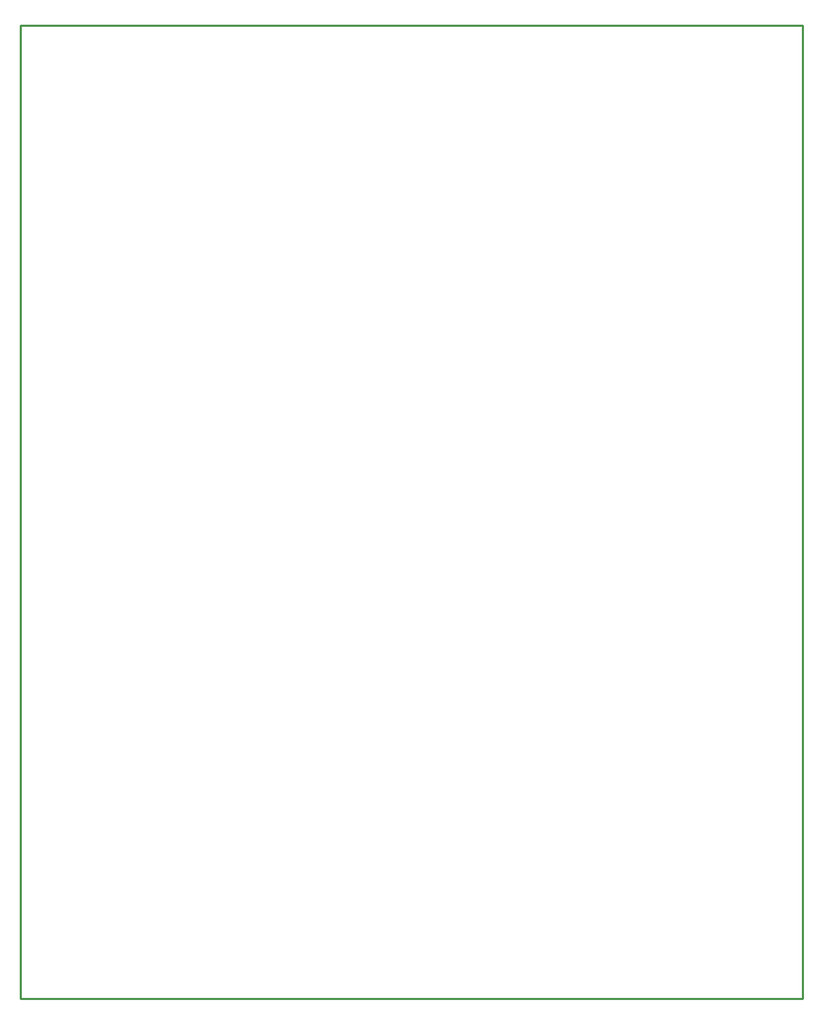
<source format=gm1>
G04*
G04 #@! TF.GenerationSoftware,Altium Limited,Altium Designer,24.2.2 (26)*
G04*
G04 Layer_Color=16711935*
%FSLAX25Y25*%
%MOIN*%
G70*
G04*
G04 #@! TF.SameCoordinates,1A1EAA83-3352-477D-9F2F-1BB8837AECD5*
G04*
G04*
G04 #@! TF.FilePolarity,Positive*
G04*
G01*
G75*
%ADD16C,0.01000*%
D16*
X200000Y360000D02*
X570000Y360000D01*
X200000D02*
Y820000D01*
X570000Y360000D02*
Y820000D01*
X200000D02*
X570000D01*
M02*

</source>
